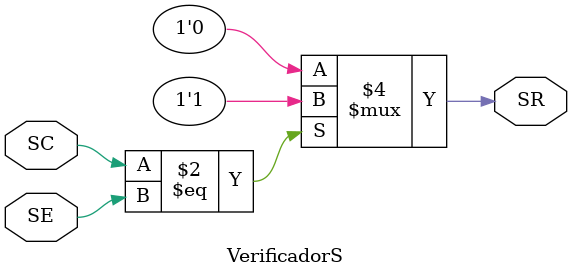
<source format=v>
`include "R4B.v"
`include "Conductual.v"
module VerificadorQ(QC,QE,QR);

//Salidas del conductual y estructural
input wire [3:0] QC;
input wire [3:0] QE;



output reg  QR;

always@(*)
    begin
      if(QC == QE)
            begin
              QR = 1;
            end
      else
            begin
              QR = 0;
            end
	end
endmodule

module VerificadorS(SC,SE,SR);


//Señales conductual y estructural
input wire  SC;
input wire  SE;
output reg  SR;
always@(*)
    begin
      if(SC == SE)
            begin
              SR = 1;
            end
      else
            begin
              SR = 0;
            end
	end
endmodule

</source>
